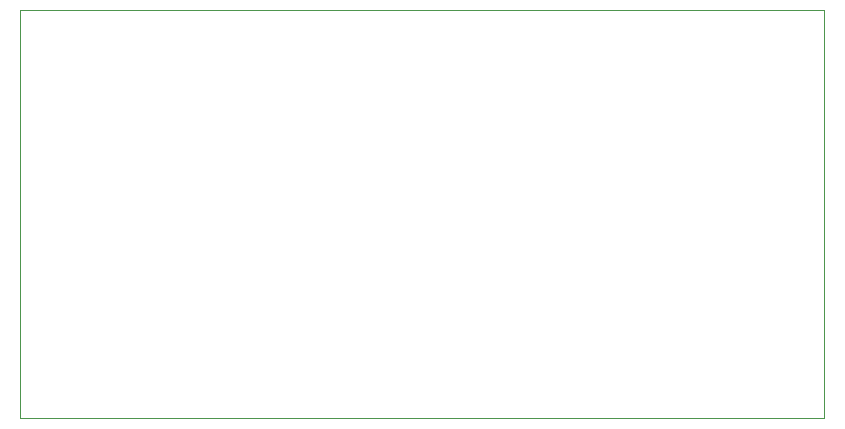
<source format=gbr>
%TF.GenerationSoftware,KiCad,Pcbnew,9.0.6*%
%TF.CreationDate,2025-12-16T12:20:02+05:30*%
%TF.ProjectId,MINI INVERTER,4d494e49-2049-44e5-9645-525445522e6b,rev?*%
%TF.SameCoordinates,Original*%
%TF.FileFunction,Profile,NP*%
%FSLAX46Y46*%
G04 Gerber Fmt 4.6, Leading zero omitted, Abs format (unit mm)*
G04 Created by KiCad (PCBNEW 9.0.6) date 2025-12-16 12:20:02*
%MOMM*%
%LPD*%
G01*
G04 APERTURE LIST*
%TA.AperFunction,Profile*%
%ADD10C,0.050000*%
%TD*%
G04 APERTURE END LIST*
D10*
X90170000Y-66548000D02*
X158242000Y-66548000D01*
X158242000Y-101092000D01*
X90170000Y-101092000D01*
X90170000Y-66548000D01*
M02*

</source>
